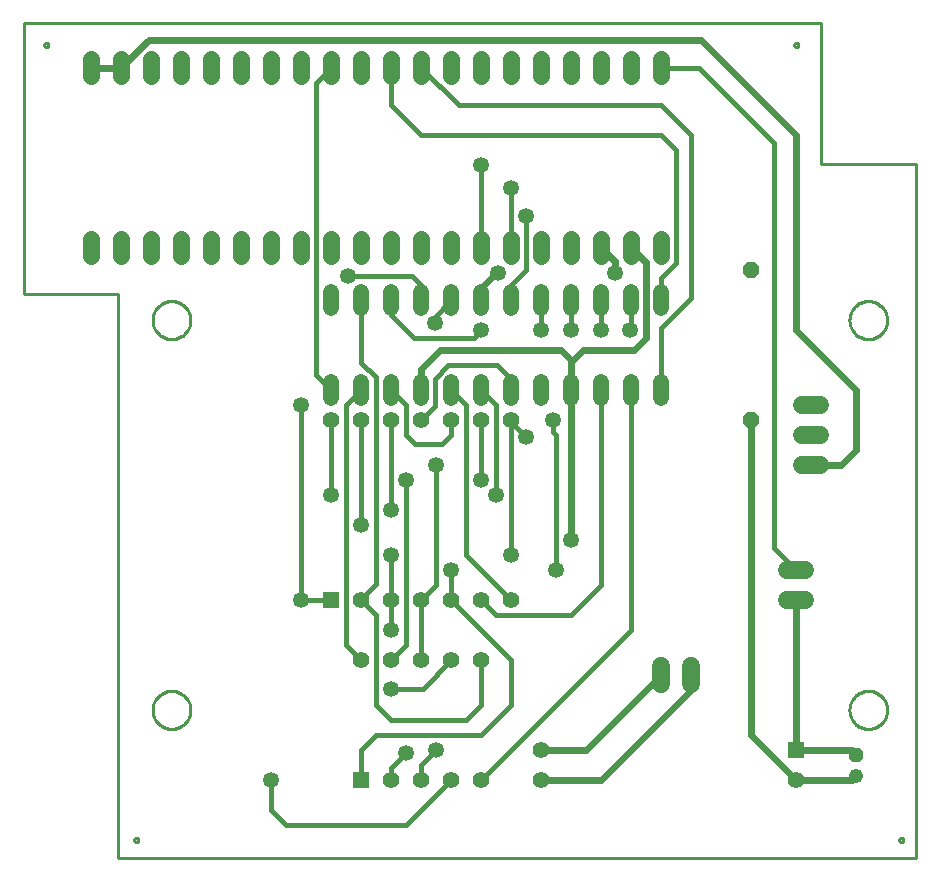
<source format=gbr>
G04 EAGLE Gerber RS-274X export*
G75*
%MOMM*%
%FSLAX34Y34*%
%LPD*%
%INBottom Copper*%
%IPPOS*%
%AMOC8*
5,1,8,0,0,1.08239X$1,22.5*%
G01*
%ADD10P,1.319650X8X112.500000*%
%ADD11C,1.219200*%
%ADD12R,1.408000X1.408000*%
%ADD13C,1.408000*%
%ADD14C,1.524000*%
%ADD15P,1.429621X8X112.500000*%
%ADD16C,1.320800*%
%ADD17C,1.408000*%
%ADD18C,0.406400*%
%ADD19C,1.350000*%
%ADD20C,0.609600*%
%ADD21C,0.254000*%


D10*
X774700Y250190D03*
D11*
X774700Y232410D03*
D12*
X330200Y381000D03*
D13*
X355600Y381000D03*
X381000Y381000D03*
X406400Y381000D03*
X431800Y381000D03*
X457200Y381000D03*
X482600Y381000D03*
X482600Y533400D03*
X457200Y533400D03*
X431800Y533400D03*
X406400Y533400D03*
X381000Y533400D03*
X355600Y533400D03*
X330200Y533400D03*
D12*
X355600Y228600D03*
D13*
X381000Y228600D03*
X406400Y228600D03*
X431800Y228600D03*
X457200Y228600D03*
X457200Y330200D03*
X431800Y330200D03*
X406400Y330200D03*
X381000Y330200D03*
X355600Y330200D03*
D14*
X716280Y406400D02*
X731520Y406400D01*
X731520Y381000D02*
X716280Y381000D01*
X728980Y495300D02*
X744220Y495300D01*
X744220Y520700D02*
X728980Y520700D01*
X728980Y546100D02*
X744220Y546100D01*
X609600Y325120D02*
X609600Y309880D01*
X635000Y309880D02*
X635000Y325120D01*
D15*
X685800Y533400D03*
X685800Y660400D03*
D16*
X330200Y565404D02*
X330200Y552196D01*
X355600Y552196D02*
X355600Y565404D01*
X381000Y565404D02*
X381000Y552196D01*
X406400Y552196D02*
X406400Y565404D01*
X431800Y565404D02*
X431800Y552196D01*
X457200Y552196D02*
X457200Y565404D01*
X482600Y565404D02*
X482600Y552196D01*
X508000Y552196D02*
X508000Y565404D01*
X533400Y565404D02*
X533400Y552196D01*
X558800Y552196D02*
X558800Y565404D01*
X584200Y565404D02*
X584200Y552196D01*
X609600Y552196D02*
X609600Y565404D01*
X609600Y628396D02*
X609600Y641604D01*
X584200Y641604D02*
X584200Y628396D01*
X558800Y628396D02*
X558800Y641604D01*
X533400Y641604D02*
X533400Y628396D01*
X508000Y628396D02*
X508000Y641604D01*
X482600Y641604D02*
X482600Y628396D01*
X457200Y628396D02*
X457200Y641604D01*
X431800Y641604D02*
X431800Y628396D01*
X406400Y628396D02*
X406400Y641604D01*
X381000Y641604D02*
X381000Y628396D01*
X355600Y628396D02*
X355600Y641604D01*
X330200Y641604D02*
X330200Y628396D01*
D13*
X508000Y254000D03*
X508000Y228600D03*
D12*
X723900Y254000D03*
D13*
X723900Y228600D03*
D17*
X127000Y672410D02*
X127000Y686490D01*
X152400Y686490D02*
X152400Y672410D01*
X177800Y672410D02*
X177800Y686490D01*
X203200Y686490D02*
X203200Y672410D01*
X228600Y672410D02*
X228600Y686490D01*
X254000Y686490D02*
X254000Y672410D01*
X279400Y672410D02*
X279400Y686490D01*
X304800Y686490D02*
X304800Y672410D01*
X330200Y672410D02*
X330200Y686490D01*
X355600Y686490D02*
X355600Y672410D01*
X381000Y672410D02*
X381000Y686490D01*
X406400Y686490D02*
X406400Y672410D01*
X431800Y672410D02*
X431800Y686490D01*
X457200Y686490D02*
X457200Y672410D01*
X482600Y672410D02*
X482600Y686490D01*
X508000Y686490D02*
X508000Y672410D01*
X533400Y672410D02*
X533400Y686490D01*
X558800Y686490D02*
X558800Y672410D01*
X584200Y672410D02*
X584200Y686490D01*
X609600Y686490D02*
X609600Y672410D01*
X127000Y824810D02*
X127000Y838890D01*
X152400Y838890D02*
X152400Y824810D01*
X177800Y824810D02*
X177800Y838890D01*
X203200Y838890D02*
X203200Y824810D01*
X228600Y824810D02*
X228600Y838890D01*
X254000Y838890D02*
X254000Y824810D01*
X279400Y824810D02*
X279400Y838890D01*
X304800Y838890D02*
X304800Y824810D01*
X330200Y824810D02*
X330200Y838890D01*
X355600Y838890D02*
X355600Y824810D01*
X381000Y824810D02*
X381000Y838890D01*
X406400Y838890D02*
X406400Y824810D01*
X431800Y824810D02*
X431800Y838890D01*
X457200Y838890D02*
X457200Y824810D01*
X482600Y824810D02*
X482600Y838890D01*
X508000Y838890D02*
X508000Y824810D01*
X533400Y824810D02*
X533400Y838890D01*
X558800Y838890D02*
X558800Y824810D01*
X584200Y824810D02*
X584200Y838890D01*
X609600Y838890D02*
X609600Y824810D01*
D18*
X330200Y831850D02*
X317500Y819150D01*
X317500Y571500D01*
X330200Y558800D01*
X342900Y342900D02*
X355600Y330200D01*
X342900Y342900D02*
X342900Y546100D01*
X355600Y558800D01*
X381000Y558800D02*
X393700Y546100D01*
X393700Y520700D01*
X401320Y513080D01*
X424180Y513080D01*
X431800Y520700D01*
X431800Y533400D01*
X444500Y546100D02*
X431800Y558800D01*
X444500Y546100D02*
X444500Y419100D01*
X482600Y381000D01*
X469900Y546100D02*
X457200Y558800D01*
X469900Y546100D02*
X469900Y469900D01*
D19*
X469900Y469900D03*
D18*
X330200Y469900D02*
X330200Y533400D01*
D19*
X330200Y469900D03*
D18*
X584200Y558800D02*
X584200Y355600D01*
X457200Y228600D01*
X482600Y558800D02*
X482600Y567944D01*
X470916Y579628D01*
X429500Y579628D01*
X418084Y568212D01*
X418084Y545084D01*
X406400Y533400D01*
X457200Y381000D02*
X469900Y368300D01*
X533400Y368300D01*
X558800Y393700D01*
X558800Y558800D01*
X609600Y635000D02*
X609600Y654050D01*
X622300Y666750D01*
X406400Y774700D02*
X381000Y800100D01*
X381000Y831850D01*
X622300Y762000D02*
X622300Y666750D01*
X622300Y762000D02*
X609600Y774700D01*
X406400Y774700D01*
X609600Y611188D02*
X609600Y558800D01*
X609600Y611188D02*
X635000Y636588D01*
X635000Y774700D01*
X438150Y800100D02*
X406400Y831850D01*
X438150Y800100D02*
X609600Y800100D01*
X635000Y774700D01*
X355600Y533400D02*
X355600Y444500D01*
X584200Y610870D02*
X584200Y635000D01*
X584200Y610870D02*
X582930Y609600D01*
D19*
X582930Y609600D03*
X355600Y444500D03*
X419100Y254000D03*
D18*
X406400Y241300D01*
X406400Y228600D01*
X406400Y330200D02*
X406400Y381000D01*
X419100Y393700D01*
X419100Y495300D01*
D19*
X419100Y495300D03*
X417830Y615950D03*
D18*
X417830Y621030D01*
X431800Y635000D01*
X355600Y635000D02*
X355600Y581928D01*
X367720Y569808D01*
X367720Y394280D01*
X355600Y382160D02*
X355600Y381000D01*
X355600Y382160D02*
X367720Y394280D01*
X457200Y330200D02*
X457200Y292100D01*
X444500Y279400D01*
X381000Y279400D01*
X368300Y292100D01*
X368300Y368300D01*
X355600Y381000D01*
X330200Y381000D02*
X304800Y381000D01*
D19*
X304800Y381000D03*
X381000Y306070D03*
D18*
X304800Y381000D02*
X304800Y546100D01*
D19*
X304800Y546100D03*
D18*
X406400Y635000D02*
X406400Y647700D01*
X398780Y655320D01*
X344170Y655320D01*
D19*
X344170Y655320D03*
D18*
X431800Y330200D02*
X407670Y306070D01*
X381000Y306070D01*
X431800Y228600D02*
X393700Y190500D01*
X292100Y190500D01*
X381000Y457200D02*
X381000Y533400D01*
D19*
X381000Y457200D03*
X279400Y228600D03*
D18*
X279400Y203200D02*
X292100Y190500D01*
X279400Y203200D02*
X279400Y228600D01*
X558800Y609600D02*
X558800Y635000D01*
D19*
X558800Y609600D03*
D18*
X431800Y381000D02*
X482600Y330200D01*
X482600Y292100D01*
X457200Y266700D01*
X508000Y609600D02*
X508000Y635000D01*
D19*
X508000Y609600D03*
X518160Y533400D03*
D18*
X518160Y523240D01*
X520700Y520700D01*
X520700Y406400D01*
D19*
X520700Y406400D03*
X431800Y406400D03*
D18*
X431800Y381000D01*
X368300Y266700D02*
X355600Y254000D01*
X355600Y228600D01*
X368300Y266700D02*
X457200Y266700D01*
D20*
X533400Y558800D02*
X533400Y584454D01*
X406400Y576913D02*
X406400Y558800D01*
X406400Y576913D02*
X422324Y592836D01*
X525018Y592836D01*
X533400Y584454D01*
X152400Y831850D02*
X127000Y831850D01*
X723900Y254000D02*
X770890Y254000D01*
X774700Y250190D01*
X723900Y254000D02*
X723900Y381000D01*
X596900Y666533D02*
X596464Y666969D01*
X596464Y667186D01*
X584200Y679450D01*
X596900Y666533D02*
X596900Y603250D01*
X152400Y831850D02*
X152400Y832067D01*
X175855Y855522D01*
X643078Y855522D02*
X723900Y774700D01*
X643078Y855522D02*
X175855Y855522D01*
X723900Y774700D02*
X723900Y609600D01*
X774700Y558800D01*
X762000Y495300D02*
X736600Y495300D01*
X762000Y495300D02*
X774700Y508000D01*
X774700Y558800D01*
X533400Y558800D02*
X533400Y431800D01*
D19*
X533400Y431800D03*
D20*
X533400Y584454D02*
X534924Y584454D01*
X543560Y593090D01*
X586740Y593090D01*
X596900Y603250D01*
X457200Y635000D02*
X457200Y645160D01*
X469900Y657860D01*
X471170Y657860D01*
X723900Y228600D02*
X770890Y228600D01*
X774700Y232410D01*
X723900Y228600D02*
X685800Y266700D01*
X685800Y533400D01*
D19*
X471170Y657860D03*
X570230Y657860D03*
D20*
X570230Y668020D01*
X558800Y679450D01*
D19*
X495300Y706120D03*
D18*
X482600Y647700D02*
X482600Y635000D01*
X482600Y647700D02*
X495300Y660400D01*
X495300Y706120D01*
X704850Y425450D02*
X723900Y406400D01*
X704850Y425450D02*
X704850Y768350D01*
X641350Y831850D01*
X609600Y831850D01*
D19*
X482600Y730250D03*
D18*
X482600Y679450D01*
D19*
X457200Y749300D03*
D18*
X457200Y679450D01*
D20*
X508000Y254000D02*
X546100Y254000D01*
X609600Y317500D01*
X558800Y228600D02*
X508000Y228600D01*
X558800Y228600D02*
X635000Y304800D01*
X635000Y317500D01*
D18*
X393700Y342900D02*
X381000Y330200D01*
X533400Y609600D02*
X533400Y635000D01*
D19*
X533400Y609600D03*
D18*
X457200Y533400D02*
X457200Y482600D01*
D19*
X457200Y482600D03*
X393700Y482600D03*
D18*
X393700Y342900D01*
D19*
X393700Y251896D03*
X381000Y355600D03*
D18*
X381000Y381000D01*
X393700Y251896D02*
X381000Y239196D01*
X381000Y228600D01*
X482600Y419100D02*
X482600Y533400D01*
D19*
X482600Y419100D03*
X381000Y419100D03*
D18*
X381000Y381000D01*
D19*
X495300Y518662D03*
X457200Y609600D03*
D18*
X400050Y603250D02*
X381000Y622300D01*
X381000Y635000D01*
X450850Y603250D02*
X457200Y609600D01*
X450850Y603250D02*
X400050Y603250D01*
X482600Y531362D02*
X495300Y518662D01*
X482600Y531362D02*
X482600Y533400D01*
D21*
X70000Y640000D02*
X150000Y640000D01*
X150000Y163000D01*
X825000Y163000D01*
X825000Y750000D01*
X745000Y750000D01*
X745000Y870000D01*
X70000Y870000D01*
X70000Y640000D01*
X211000Y617476D02*
X210932Y616431D01*
X210795Y615392D01*
X210590Y614365D01*
X210319Y613353D01*
X209983Y612361D01*
X209582Y611393D01*
X209118Y610454D01*
X208595Y609546D01*
X208013Y608675D01*
X207375Y607844D01*
X206684Y607057D01*
X205943Y606316D01*
X205156Y605625D01*
X204325Y604988D01*
X203454Y604406D01*
X202546Y603882D01*
X201607Y603418D01*
X200639Y603017D01*
X199647Y602681D01*
X198635Y602410D01*
X197608Y602205D01*
X196569Y602069D01*
X195524Y602000D01*
X194476Y602000D01*
X193431Y602069D01*
X192392Y602205D01*
X191365Y602410D01*
X190353Y602681D01*
X189361Y603017D01*
X188393Y603418D01*
X187454Y603882D01*
X186546Y604406D01*
X185675Y604988D01*
X184844Y605625D01*
X184057Y606316D01*
X183316Y607057D01*
X182625Y607844D01*
X181988Y608675D01*
X181406Y609546D01*
X180882Y610454D01*
X180418Y611393D01*
X180017Y612361D01*
X179681Y613353D01*
X179410Y614365D01*
X179205Y615392D01*
X179069Y616431D01*
X179000Y617476D01*
X179000Y618524D01*
X179069Y619569D01*
X179205Y620608D01*
X179410Y621635D01*
X179681Y622647D01*
X180017Y623639D01*
X180418Y624607D01*
X180882Y625546D01*
X181406Y626454D01*
X181988Y627325D01*
X182625Y628156D01*
X183316Y628943D01*
X184057Y629684D01*
X184844Y630375D01*
X185675Y631013D01*
X186546Y631595D01*
X187454Y632118D01*
X188393Y632582D01*
X189361Y632983D01*
X190353Y633319D01*
X191365Y633590D01*
X192392Y633795D01*
X193431Y633932D01*
X194476Y634000D01*
X195524Y634000D01*
X196569Y633932D01*
X197608Y633795D01*
X198635Y633590D01*
X199647Y633319D01*
X200639Y632983D01*
X201607Y632582D01*
X202546Y632118D01*
X203454Y631595D01*
X204325Y631013D01*
X205156Y630375D01*
X205943Y629684D01*
X206684Y628943D01*
X207375Y628156D01*
X208013Y627325D01*
X208595Y626454D01*
X209118Y625546D01*
X209582Y624607D01*
X209983Y623639D01*
X210319Y622647D01*
X210590Y621635D01*
X210795Y620608D01*
X210932Y619569D01*
X211000Y618524D01*
X211000Y617476D01*
X211000Y287476D02*
X210932Y286431D01*
X210795Y285392D01*
X210590Y284365D01*
X210319Y283353D01*
X209983Y282361D01*
X209582Y281393D01*
X209118Y280454D01*
X208595Y279546D01*
X208013Y278675D01*
X207375Y277844D01*
X206684Y277057D01*
X205943Y276316D01*
X205156Y275625D01*
X204325Y274988D01*
X203454Y274406D01*
X202546Y273882D01*
X201607Y273418D01*
X200639Y273017D01*
X199647Y272681D01*
X198635Y272410D01*
X197608Y272205D01*
X196569Y272069D01*
X195524Y272000D01*
X194476Y272000D01*
X193431Y272069D01*
X192392Y272205D01*
X191365Y272410D01*
X190353Y272681D01*
X189361Y273017D01*
X188393Y273418D01*
X187454Y273882D01*
X186546Y274406D01*
X185675Y274988D01*
X184844Y275625D01*
X184057Y276316D01*
X183316Y277057D01*
X182625Y277844D01*
X181988Y278675D01*
X181406Y279546D01*
X180882Y280454D01*
X180418Y281393D01*
X180017Y282361D01*
X179681Y283353D01*
X179410Y284365D01*
X179205Y285392D01*
X179069Y286431D01*
X179000Y287476D01*
X179000Y288524D01*
X179069Y289569D01*
X179205Y290608D01*
X179410Y291635D01*
X179681Y292647D01*
X180017Y293639D01*
X180418Y294607D01*
X180882Y295546D01*
X181406Y296454D01*
X181988Y297325D01*
X182625Y298156D01*
X183316Y298943D01*
X184057Y299684D01*
X184844Y300375D01*
X185675Y301013D01*
X186546Y301595D01*
X187454Y302118D01*
X188393Y302582D01*
X189361Y302983D01*
X190353Y303319D01*
X191365Y303590D01*
X192392Y303795D01*
X193431Y303932D01*
X194476Y304000D01*
X195524Y304000D01*
X196569Y303932D01*
X197608Y303795D01*
X198635Y303590D01*
X199647Y303319D01*
X200639Y302983D01*
X201607Y302582D01*
X202546Y302118D01*
X203454Y301595D01*
X204325Y301013D01*
X205156Y300375D01*
X205943Y299684D01*
X206684Y298943D01*
X207375Y298156D01*
X208013Y297325D01*
X208595Y296454D01*
X209118Y295546D01*
X209582Y294607D01*
X209983Y293639D01*
X210319Y292647D01*
X210590Y291635D01*
X210795Y290608D01*
X210932Y289569D01*
X211000Y288524D01*
X211000Y287476D01*
X801000Y617476D02*
X800932Y616431D01*
X800795Y615392D01*
X800590Y614365D01*
X800319Y613353D01*
X799983Y612361D01*
X799582Y611393D01*
X799118Y610454D01*
X798595Y609546D01*
X798013Y608675D01*
X797375Y607844D01*
X796684Y607057D01*
X795943Y606316D01*
X795156Y605625D01*
X794325Y604988D01*
X793454Y604406D01*
X792546Y603882D01*
X791607Y603418D01*
X790639Y603017D01*
X789647Y602681D01*
X788635Y602410D01*
X787608Y602205D01*
X786569Y602069D01*
X785524Y602000D01*
X784476Y602000D01*
X783431Y602069D01*
X782392Y602205D01*
X781365Y602410D01*
X780353Y602681D01*
X779361Y603017D01*
X778393Y603418D01*
X777454Y603882D01*
X776546Y604406D01*
X775675Y604988D01*
X774844Y605625D01*
X774057Y606316D01*
X773316Y607057D01*
X772625Y607844D01*
X771988Y608675D01*
X771406Y609546D01*
X770882Y610454D01*
X770418Y611393D01*
X770017Y612361D01*
X769681Y613353D01*
X769410Y614365D01*
X769205Y615392D01*
X769069Y616431D01*
X769000Y617476D01*
X769000Y618524D01*
X769069Y619569D01*
X769205Y620608D01*
X769410Y621635D01*
X769681Y622647D01*
X770017Y623639D01*
X770418Y624607D01*
X770882Y625546D01*
X771406Y626454D01*
X771988Y627325D01*
X772625Y628156D01*
X773316Y628943D01*
X774057Y629684D01*
X774844Y630375D01*
X775675Y631013D01*
X776546Y631595D01*
X777454Y632118D01*
X778393Y632582D01*
X779361Y632983D01*
X780353Y633319D01*
X781365Y633590D01*
X782392Y633795D01*
X783431Y633932D01*
X784476Y634000D01*
X785524Y634000D01*
X786569Y633932D01*
X787608Y633795D01*
X788635Y633590D01*
X789647Y633319D01*
X790639Y632983D01*
X791607Y632582D01*
X792546Y632118D01*
X793454Y631595D01*
X794325Y631013D01*
X795156Y630375D01*
X795943Y629684D01*
X796684Y628943D01*
X797375Y628156D01*
X798013Y627325D01*
X798595Y626454D01*
X799118Y625546D01*
X799582Y624607D01*
X799983Y623639D01*
X800319Y622647D01*
X800590Y621635D01*
X800795Y620608D01*
X800932Y619569D01*
X801000Y618524D01*
X801000Y617476D01*
X801000Y287476D02*
X800932Y286431D01*
X800795Y285392D01*
X800590Y284365D01*
X800319Y283353D01*
X799983Y282361D01*
X799582Y281393D01*
X799118Y280454D01*
X798595Y279546D01*
X798013Y278675D01*
X797375Y277844D01*
X796684Y277057D01*
X795943Y276316D01*
X795156Y275625D01*
X794325Y274988D01*
X793454Y274406D01*
X792546Y273882D01*
X791607Y273418D01*
X790639Y273017D01*
X789647Y272681D01*
X788635Y272410D01*
X787608Y272205D01*
X786569Y272069D01*
X785524Y272000D01*
X784476Y272000D01*
X783431Y272069D01*
X782392Y272205D01*
X781365Y272410D01*
X780353Y272681D01*
X779361Y273017D01*
X778393Y273418D01*
X777454Y273882D01*
X776546Y274406D01*
X775675Y274988D01*
X774844Y275625D01*
X774057Y276316D01*
X773316Y277057D01*
X772625Y277844D01*
X771988Y278675D01*
X771406Y279546D01*
X770882Y280454D01*
X770418Y281393D01*
X770017Y282361D01*
X769681Y283353D01*
X769410Y284365D01*
X769205Y285392D01*
X769069Y286431D01*
X769000Y287476D01*
X769000Y288524D01*
X769069Y289569D01*
X769205Y290608D01*
X769410Y291635D01*
X769681Y292647D01*
X770017Y293639D01*
X770418Y294607D01*
X770882Y295546D01*
X771406Y296454D01*
X771988Y297325D01*
X772625Y298156D01*
X773316Y298943D01*
X774057Y299684D01*
X774844Y300375D01*
X775675Y301013D01*
X776546Y301595D01*
X777454Y302118D01*
X778393Y302582D01*
X779361Y302983D01*
X780353Y303319D01*
X781365Y303590D01*
X782392Y303795D01*
X783431Y303932D01*
X784476Y304000D01*
X785524Y304000D01*
X786569Y303932D01*
X787608Y303795D01*
X788635Y303590D01*
X789647Y303319D01*
X790639Y302983D01*
X791607Y302582D01*
X792546Y302118D01*
X793454Y301595D01*
X794325Y301013D01*
X795156Y300375D01*
X795943Y299684D01*
X796684Y298943D01*
X797375Y298156D01*
X798013Y297325D01*
X798595Y296454D01*
X799118Y295546D01*
X799582Y294607D01*
X799983Y293639D01*
X800319Y292647D01*
X800590Y291635D01*
X800795Y290608D01*
X800932Y289569D01*
X801000Y288524D01*
X801000Y287476D01*
X725650Y850728D02*
X725583Y850390D01*
X725451Y850071D01*
X725259Y849784D01*
X725016Y849541D01*
X724729Y849349D01*
X724410Y849217D01*
X724072Y849150D01*
X723728Y849150D01*
X723390Y849217D01*
X723071Y849349D01*
X722784Y849541D01*
X722541Y849784D01*
X722349Y850071D01*
X722217Y850390D01*
X722150Y850728D01*
X722150Y851072D01*
X722217Y851410D01*
X722349Y851729D01*
X722541Y852016D01*
X722784Y852259D01*
X723071Y852451D01*
X723390Y852583D01*
X723728Y852650D01*
X724072Y852650D01*
X724410Y852583D01*
X724729Y852451D01*
X725016Y852259D01*
X725259Y852016D01*
X725451Y851729D01*
X725583Y851410D01*
X725650Y851072D01*
X725650Y850728D01*
X166850Y177628D02*
X166783Y177290D01*
X166651Y176971D01*
X166459Y176684D01*
X166216Y176441D01*
X165929Y176249D01*
X165610Y176117D01*
X165272Y176050D01*
X164928Y176050D01*
X164590Y176117D01*
X164271Y176249D01*
X163984Y176441D01*
X163741Y176684D01*
X163549Y176971D01*
X163417Y177290D01*
X163350Y177628D01*
X163350Y177972D01*
X163417Y178310D01*
X163549Y178629D01*
X163741Y178916D01*
X163984Y179159D01*
X164271Y179351D01*
X164590Y179483D01*
X164928Y179550D01*
X165272Y179550D01*
X165610Y179483D01*
X165929Y179351D01*
X166216Y179159D01*
X166459Y178916D01*
X166651Y178629D01*
X166783Y178310D01*
X166850Y177972D01*
X166850Y177628D01*
X814550Y177628D02*
X814483Y177290D01*
X814351Y176971D01*
X814159Y176684D01*
X813916Y176441D01*
X813629Y176249D01*
X813310Y176117D01*
X812972Y176050D01*
X812628Y176050D01*
X812290Y176117D01*
X811971Y176249D01*
X811684Y176441D01*
X811441Y176684D01*
X811249Y176971D01*
X811117Y177290D01*
X811050Y177628D01*
X811050Y177972D01*
X811117Y178310D01*
X811249Y178629D01*
X811441Y178916D01*
X811684Y179159D01*
X811971Y179351D01*
X812290Y179483D01*
X812628Y179550D01*
X812972Y179550D01*
X813310Y179483D01*
X813629Y179351D01*
X813916Y179159D01*
X814159Y178916D01*
X814351Y178629D01*
X814483Y178310D01*
X814550Y177972D01*
X814550Y177628D01*
X90650Y850728D02*
X90583Y850390D01*
X90451Y850071D01*
X90259Y849784D01*
X90016Y849541D01*
X89729Y849349D01*
X89410Y849217D01*
X89072Y849150D01*
X88728Y849150D01*
X88390Y849217D01*
X88071Y849349D01*
X87784Y849541D01*
X87541Y849784D01*
X87349Y850071D01*
X87217Y850390D01*
X87150Y850728D01*
X87150Y851072D01*
X87217Y851410D01*
X87349Y851729D01*
X87541Y852016D01*
X87784Y852259D01*
X88071Y852451D01*
X88390Y852583D01*
X88728Y852650D01*
X89072Y852650D01*
X89410Y852583D01*
X89729Y852451D01*
X90016Y852259D01*
X90259Y852016D01*
X90451Y851729D01*
X90583Y851410D01*
X90650Y851072D01*
X90650Y850728D01*
M02*

</source>
